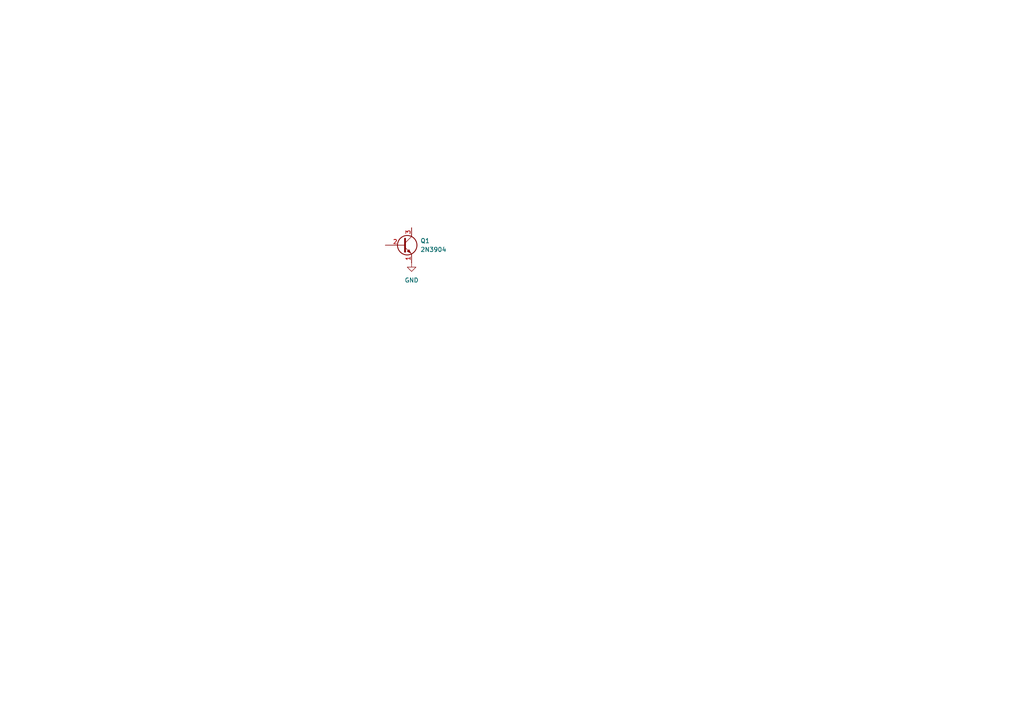
<source format=kicad_sch>
(kicad_sch (version 20231120) (generator "eeschema") (generator_version "8.0")
  (paper "A4")
  (lib_symbols
    (symbol "Transistor_BJT:2N3904" (pin_names (offset 0) hide)
      (property "Reference" "Q" (at 5.08 1.905 0))
      (property "Value" "2N3904" (at 5.08 0 0))
      (symbol "2N3904_0_1"
        (polyline (pts (xy 0.635 0.635) (xy 2.54 2.54)))
        (polyline (pts (xy 0.635 -0.635) (xy 2.54 -2.54) (xy 2.54 -2.54)))
        (polyline (pts (xy 0.635 1.905) (xy 0.635 -1.905) (xy 0.635 -1.905)) (stroke (width 0.508)))
        (polyline (pts (xy 1.27 -1.778) (xy 1.778 -1.27) (xy 2.286 -2.286) (xy 1.27 -1.778) (xy 1.27 -1.778)) (fill (type outline)))
        (circle (center 1.27 0) (radius 2.8194) (stroke (width 0.254)))
      )
      (symbol "2N3904_1_1"
        (pin passive line (at 2.54 -5.08 90) (length 2.54) (name "E") (number "1"))
        (pin passive line (at -5.08 0 0) (length 5.715) (name "B") (number "2"))
        (pin passive line (at 2.54 5.08 270) (length 2.54) (name "C") (number "3"))
      )
    )
    (symbol "power:GND" (power) (pin_numbers hide) (pin_names (offset 0) hide)
      (property "Value" "GND" (at 0 -3.81 0))
      (symbol "GND_0_1"
        (polyline (pts (xy 0 0) (xy 0 -1.27) (xy 1.27 -1.27) (xy 0 -2.54) (xy -1.27 -1.27) (xy 0 -1.27)))
      )
      (symbol "GND_1_1"
        (pin power_in line (at 0 0 270) (length 0) (name "~") (number "1"))
      )
    )
  )
  (symbol (lib_id "Transistor_BJT:2N3904") (at 116.84 71.12 0) (unit 1)
    (property "Reference" "Q1" (at 121.92 69.8499 0) (effects (justify left)))
    (property "Value" "2N3904" (at 121.92 72.3899 0) (effects (justify left)))
    (property "Footprint" "Package_TO_SOT_THT:TO-92_Inline" (effects (hide yes)))
    (property "Datasheet" "https://www.onsemi.com/pub/Collateral/2N3903-D.PDF" (effects (hide yes)))
    (property "Description" "0.2A Ic, 40V Vce, Small Signal NPN Transistor, TO-92" (effects (hide yes)))
  )
  (symbol (lib_id "power:GND") (at 119.38 76.2 0) (unit 1)
    (property "Reference" "#PWR01" (effects (hide yes)))
    (property "Value" "GND" (at 119.38 81.28 0))
    (property "Description" "Power symbol creates a global label with name \"GND\" , ground" (effects (hide yes)))
  )
)
</source>
